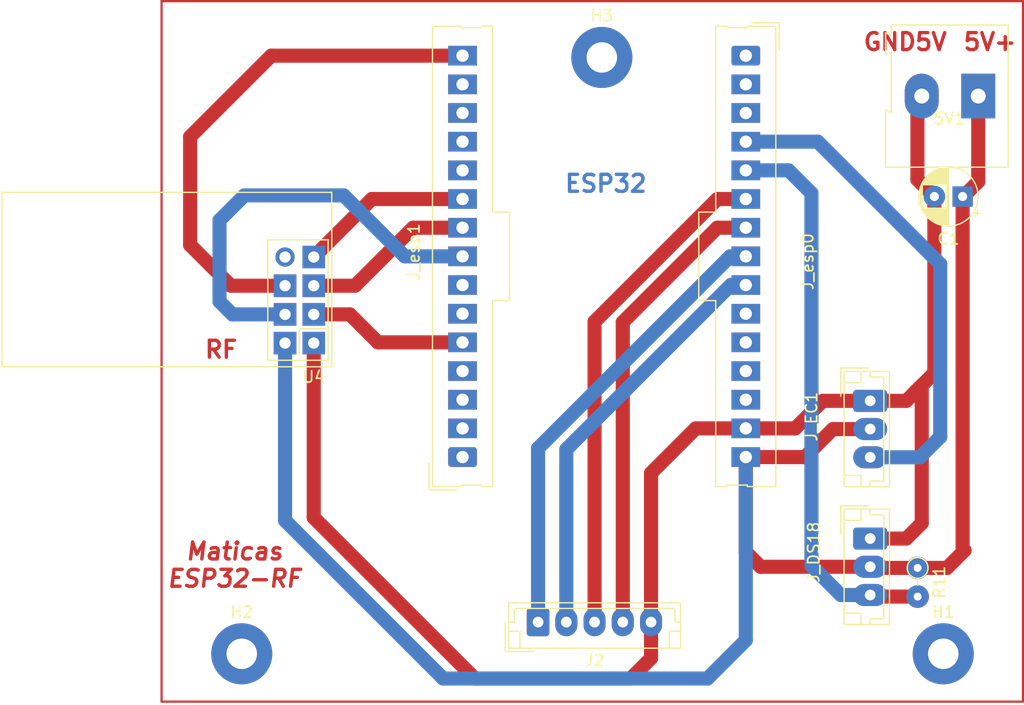
<source format=kicad_pcb>
(kicad_pcb (version 20211014) (generator pcbnew)
  (layers (0 "F.Cu" signal) (31 "B.Cu" signal) (34 "B.Paste" user) (35 "F.Paste" user) (36 "B.SilkS" user "B.Silkscreen") (37 "F.SilkS" user "F.Silkscreen") (38 "B.Mask" user) (39 "F.Mask" user) (44 "Edge.Cuts" user))
  (net 0 "")
  (net 1 "EN")
  (net 2 "VP")
  (net 3 "VN")
  (net 4 "D34")
  (net 5 "D35")
  (net 6 "D32")
  (net 7 "D33")
  (net 8 "D25")
  (net 9 "D26")
  (net 10 "D27")
  (net 11 "D14")
  (net 12 "D12")
  (net 13 "D13")
  (net 14 "3V3")
  (net 15 "GND2")
  (net 16 "D15")
  (net 17 "D2")
  (net 18 "D4")
  (net 19 "RX2")
  (net 20 "TX2")
  (net 21 "D5")
  (net 22 "D18")
  (net 23 "D19")
  (net 24 "D21")
  (net 25 "RX0")
  (net 26 "TX0")
  (net 27 "D22")
  (net 28 "D23")
  (net 29 "5v")
  (net 30 "GND5V")
  (footprint "MountingHole:MountingHole_2.7mm_M2.5_Pad" (layer "F.Cu") (at 64.897 80.391)
    (fp_text reference "H2" (at 0 -3.7) (layer "F.SilkS"))
    (fp_text value "MountingHole")
    (pad "1" thru_hole circle (at 0 0) (size 5.4 5.4) (drill 2.7) (layers *.Cu *.Mask))
  )
  (footprint "Connector_JST:JST_EH_B3B-EH-A_1x03_P2.50mm_Vertical" (layer "F.Cu") (at 120.53 57.982 -90)
    (fp_text reference "J_EC1" (at 1.4 5.2 90) (layer "F.SilkS"))
    (fp_text value "Conn_01x03_Male")
    (fp_line (start -2.11 0) (end -2.11 -1.21) (layer "F.SilkS") (width 0.12))
    (fp_line (start 7.61 -1.71) (end -2.61 -1.71) (layer "F.SilkS") (width 0.12))
    (fp_line (start -2.61 2.31) (end 7.61 2.31) (layer "F.SilkS") (width 0.12))
    (fp_line (start -2.91 0.11) (end -2.91 2.61) (layer "F.SilkS") (width 0.12))
    (fp_line (start -1.61 0.81) (end -1.61 2.31) (layer "F.SilkS") (width 0.12))
    (fp_line (start -2.61 0.81) (end -1.61 0.81) (layer "F.SilkS") (width 0.12))
    (fp_line (start 6.61 0.81) (end 6.61 2.31) (layer "F.SilkS") (width 0.12))
    (fp_line (start 7.11 -1.21) (end 7.11 0) (layer "F.SilkS") (width 0.12))
    (fp_line (start 7.61 2.31) (end 7.61 -1.71) (layer "F.SilkS") (width 0.12))
    (fp_line (start -2.61 -1.71) (end -2.61 2.31) (layer "F.SilkS") (width 0.12))
    (fp_line (start -2.11 -1.21) (end 7.11 -1.21) (layer "F.SilkS") (width 0.12))
    (fp_line (start 7.61 0.81) (end 6.61 0.81) (layer "F.SilkS") (width 0.12))
    (fp_line (start -2.61 0) (end -2.11 0) (layer "F.SilkS") (width 0.12))
    (fp_line (start 7.11 0) (end 7.61 0) (layer "F.SilkS") (width 0.12))
    (fp_line (start -2.91 2.61) (end -0.41 2.61) (layer "F.SilkS") (width 0.12))
    (pad "1" thru_hole roundrect (at 0 0 270) (size 1.95 3) (drill 0.95) (layers *.Cu *.Mask) (roundrect_rratio 0.147059) (net 30 "GND5V"))
    (pad "2" thru_hole oval (at 2.5 0 270) (size 1.95 3) (drill 0.95) (layers *.Cu *.Mask) (net 29 "5v"))
    (pad "3" thru_hole oval (at 5 0 270) (size 1.95 3) (drill 0.95) (layers *.Cu *.Mask) (net 4 "D34"))
  )
  (footprint "RF_Module:nRF24L01_Breakout" (layer "F.Cu") (at 71.27 52.862 180)
    (fp_text reference "U4" (at 0 -3) (layer "F.SilkS"))
    (fp_text value "NRF24L01_Breakout")
    (fp_line (start -1.27 -1.524) (end -1.27 -1.524) (layer "F.SilkS") (width 0.12))
    (fp_line (start -1.27 -1.524) (end 4.064 -1.524) (layer "F.SilkS") (width 0.12))
    (fp_line (start -1.6 -2.1) (end 27.6 -2.1) (layer "F.SilkS") (width 0.12))
    (fp_line (start 4.064 9.144) (end -1.27 9.144) (layer "F.SilkS") (width 0.12))
    (fp_line (start -1.016 1.27) (end -1.016 1.27) (layer "F.SilkS") (width 0.12))
    (fp_line (start -1.6 13.35) (end -1.6 -2.1) (layer "F.SilkS") (width 0.12))
    (fp_line (start -1.27 9.144) (end -1.27 9.144) (layer "F.SilkS") (width 0.12))
    (fp_line (start 1.27 -1.016) (end 1.27 1.27) (layer "F.SilkS") (width 0.12))
    (fp_line (start 1.27 1.27) (end -1.016 1.27) (layer "F.SilkS") (width 0.12))
    (fp_line (start 4.064 -1.524) (end 4.064 9.144) (layer "F.SilkS") (width 0.12))
    (fp_line (start -1.6 -2.1) (end -1.6 -2.1) (layer "F.SilkS") (width 0.12))
    (fp_line (start -1.27 9.144) (end -1.27 -1.524) (layer "F.SilkS") (width 0.12))
    (fp_line (start 27.6 -2.1) (end 27.6 13.35) (layer "F.SilkS") (width 0.12))
    (fp_line (start 27.6 13.35) (end -1.6 13.35) (layer "F.SilkS") (width 0.12))
    (pad "1" thru_hole rect (at 0 0 180) (size 2 2) (drill 1) (layers *.Cu *.Mask) (net 30 "GND5V"))
    (pad "2" thru_hole rect (at 2.54 0 180) (size 2 2) (drill 1) (layers *.Cu *.Mask) (net 29 "5v"))
    (pad "3" thru_hole rect (at 0 2.54 180) (size 2 2) (drill 1) (layers *.Cu *.Mask) (net 18 "D4"))
    (pad "4" thru_hole rect (at 2.54 2.54 180) (size 2 2) (drill 1) (layers *.Cu *.Mask) (net 21 "D5"))
    (pad "5" thru_hole rect (at 0 5.08 180) (size 2 2) (drill 1) (layers *.Cu *.Mask) (net 22 "D18"))
    (pad "6" thru_hole rect (at 2.54 5.08 180) (size 2 2) (drill 1) (layers *.Cu *.Mask) (net 28 "D23"))
    (pad "7" thru_hole rect (at 0 7.62 180) (size 2 2) (drill 1) (layers *.Cu *.Mask) (net 23 "D19"))
    (pad "8" thru_hole circle (at 2.54 7.62 180) (size 1.7 1.7) (drill 1) (layers *.Cu *.Mask))
  )
  (footprint "Capacitor_THT:CP_Radial_D5.0mm_P2.50mm" (layer "F.Cu") (at 128.713113 39.878 180)
    (fp_text reference "C1" (at 1.25 -3.75) (layer "F.SilkS"))
    (fp_text value "C_Polarized")
    (fp_line (start 3.731 -0.805) (end 3.731 0.805) (layer "F.SilkS") (width 0.12))
    (fp_line (start 2.491 1.04) (end 2.491 2.268) (layer "F.SilkS") (width 0.12))
    (fp_line (start 2.891 1.04) (end 2.891 2.004) (layer "F.SilkS") (width 0.12))
    (fp_line (start 1.77 -2.528) (end 1.77 -1.04) (layer "F.SilkS") (width 0.12))
    (fp_line (start 1.81 -2.52) (end 1.81 -1.04) (layer "F.SilkS") (width 0.12))
    (fp_line (start 2.971 -1.937) (end 2.971 -1.04) (layer "F.SilkS") (width 0.12))
    (fp_line (start 2.531 1.04) (end 2.531 2.247) (layer "F.SilkS") (width 0.12))
    (fp_line (start 3.131 -1.785) (end 3.131 -1.04) (layer "F.SilkS") (width 0.12))
    (fp_line (start 3.531 -1.251) (end 3.531 -1.04) (layer "F.SilkS") (width 0.12))
    (fp_line (start 3.411 1.04) (end 3.411 1.443) (layer "F.SilkS") (width 0.12))
    (fp_line (start 1.53 1.04) (end 1.53 2.565) (layer "F.SilkS") (width 0.12))
    (fp_line (start 1.971 1.04) (end 1.971 2.48) (layer "F.SilkS") (width 0.12))
    (fp_line (start 1.65 -2.55) (end 1.65 -1.04) (layer "F.SilkS") (width 0.12))
    (fp_line (start 1.77 1.04) (end 1.77 2.528) (layer "F.SilkS") (width 0.12))
    (fp_line (start 2.131 -2.428) (end 2.131 -1.04) (layer "F.SilkS") (width 0.12))
    (fp_line (start 2.571 1.04) (end 2.571 2.224) (layer "F.SilkS") (width 0.12))
    (fp_line (start 2.171 1.04) (end 2.171 2.414) (layer "F.SilkS") (width 0.12))
    (fp_line (start 1.57 -2.561) (end 1.57 -1.04) (layer "F.SilkS") (width 0.12))
    (fp_line (start 3.371 -1.5) (end 3.371 -1.04) (layer "F.SilkS") (width 0.12))
    (fp_line (start 1.65 1.04) (end 1.65 2.55) (layer "F.SilkS") (width 0.12))
    (fp_line (start 1.73 -2.536) (end 1.73 -1.04) (layer "F.SilkS") (width 0.12))
    (fp_line (start 1.93 -2.491) (end 1.93 -1.04) (layer "F.SilkS") (width 0.12))
    (fp_line (start 2.211 1.04) (end 2.211 2.398) (layer "F.SilkS") (width 0.12))
    (fp_line (start 2.891 -2.004) (end 2.891 -1.04) (layer "F.SilkS") (width 0.12))
    (fp_line (start 3.011 1.04) (end 3.011 1.901) (layer "F.SilkS") (width 0.12))
    (fp_line (start 2.691 -2.149) (end 2.691 -1.04) (layer "F.SilkS") (width 0.12))
    (fp_line (start 2.731 -2.122) (end 2.731 -1.04) (layer "F.SilkS") (width 0.12))
    (fp_line (start 2.051 -2.455) (end 2.051 -1.04) (layer "F.SilkS") (width 0.12))
    (fp_line (start 1.25 -2.58) (end 1.25 2.58) (layer "F.SilkS") (width 0.12))
    (fp_line (start 1.37 -2.578) (end 1.37 2.578) (layer "F.SilkS") (width 0.12))
    (fp_line (start 1.41 -2.576) (end 1.41 2.576) (layer "F.SilkS") (width 0.12))
    (fp_line (start 2.171 -2.414) (end 2.171 -1.04) (layer "F.SilkS") (width 0.12))
    (fp_line (start 1.33 -2.579) (end 1.33 2.579) (layer "F.SilkS") (width 0.12))
    (fp_line (start 3.651 -1.011) (end 3.651 1.011) (layer "F.SilkS") (width 0.12))
    (fp_line (start 3.171 1.04) (end 3.171 1.743) (layer "F.SilkS") (width 0.12))
    (fp_line (start 2.811 -2.065) (end 2.811 -1.04) (layer "F.SilkS") (width 0.12))
    (fp_line (start 2.011 -2.468) (end 2.011 -1.04) (layer "F.SilkS") (width 0.12))
    (fp_line (start 2.491 -2.268) (end 2.491 -1.04) (layer "F.SilkS") (width 0.12))
    (fp_line (start 3.131 1.04) (end 3.131 1.785) (layer "F.SilkS") (width 0.12))
    (fp_line (start 3.331 1.04) (end 3.331 1.554) (layer "F.SilkS") (width 0.12))
    (fp_line (start 3.051 1.04) (end 3.051 1.864) (layer "F.SilkS") (width 0.12))
    (fp_line (start 2.611 1.04) (end 2.611 2.2) (layer "F.SilkS") (width 0.12))
    (fp_line (start 1.971 -2.48) (end 1.971 -1.04) (layer "F.SilkS") (width 0.12))
    (fp_line (start 1.57 1.04) (end 1.57 2.561) (layer "F.SilkS") (width 0.12))
    (fp_line (start 3.291 1.04) (end 3.291 1.605) (layer "F.SilkS") (width 0.12))
    (fp_line (start 3.211 1.04) (end 3.211 1.699) (layer "F.SilkS") (width 0.12))
    (fp_line (start -1.304775 -1.725) (end -1.304775 -1.225) (layer "F.SilkS") (width 0.12))
    (fp_line (start 1.85 -2.511) (end 1.85 -1.04) (layer "F.SilkS") (width 0.12))
    (fp_line (start 2.131 1.04) (end 2.131 2.428) (layer "F.SilkS") (width 0.12))
    (fp_line (start 2.771 1.04) (end 2.771 2.095) (layer "F.SilkS") (width 0.12))
    (fp_line (start 1.73 1.04) (end 1.73 2.536) (layer "F.SilkS") (width 0.12))
    (fp_line (start 1.61 -2.556) (end 1.61 -1.04) (layer "F.SilkS") (width 0.12))
    (fp_line (start 2.371 1.04) (end 2.371 2.329) (layer "F.SilkS") (width 0.12))
    (fp_line (start 3.371 1.04) (end 3.371 1.5) (layer "F.SilkS") (width 0.12))
    (fp_line (start 3.051 -1.864) (end 3.051 -1.04) (layer "F.SilkS") (width 0.12))
    (fp_line (start 2.251 -2.382) (end 2.251 -1.04) (layer "F.SilkS") (width 0.12))
    (fp_line (start 2.931 -1.971) (end 2.931 -1.04) (layer "F.SilkS") (width 0.12))
    (fp_line (start 3.331 -1.554) (end 3.331 -1.04) (layer "F.SilkS") (width 0.12))
    (fp_line (start 2.571 -2.224) (end 2.571 -1.04) (layer "F.SilkS") (width 0.12))
    (fp_line (start 3.691 -0.915) (end 3.691 0.915) (layer "F.SilkS") (width 0.12))
    (fp_line (start 3.571 -1.178) (end 3.571 1.178) (layer "F.SilkS") (width 0.12))
    (fp_line (start 3.091 -1.826) (end 3.091 -1.04) (layer "F.SilkS") (width 0.12))
    (fp_line (start 1.53 -2.565) (end 1.53 -1.04) (layer "F.SilkS") (width 0.12))
    (fp_line (start 3.171 -1.743) (end 3.171 -1.04) (layer "F.SilkS") (width 0.12))
    (fp_line (start 2.091 -2.442) (end 2.091 -1.04) (layer "F.SilkS") (width 0.12))
    (fp_line (start 2.411 -2.31) (end 2.411 -1.04) (layer "F.SilkS") (width 0.12))
    (fp_line (start 2.971 1.04) (end 2.971 1.937) (layer "F.SilkS") (width 0.12))
    (fp_line (start 2.931 1.04) (end 2.931 1.971) (layer "F.SilkS") (width 0.12))
    (fp_line (start 3.291 -1.605) (end 3.291 -1.04) (layer "F.SilkS") (width 0.12))
    (fp_line (start 1.49 -2.569) (end 1.49 -1.04) (layer "F.SilkS") (width 0.12))
    (fp_line (start 2.611 -2.2) (end 2.611 -1.04) (layer "F.SilkS") (width 0.12))
    (fp_line (start 3.611 -1.098) (end 3.611 1.098) (layer "F.SilkS") (width 0.12))
    (fp_line (start 3.771 -0.677) (end 3.771 0.677) (layer "F.SilkS") (width 0.12))
    (fp_line (start 1.29 -2.58) (end 1.29 2.58) (layer "F.SilkS") (width 0.12))
    (fp_line (start 2.651 1.04) (end 2.651 2.175) (layer "F.SilkS") (width 0.12))
    (fp_line (start 2.811 1.04) (end 2.811 2.065) (layer "F.SilkS") (width 0.12))
    (fp_line (start 2.291 1.04) (end 2.291 2.365) (layer "F.SilkS") (width 0.12))
    (fp_line (start 3.211 -1.699) (end 3.211 -1.04) (layer "F.SilkS") (width 0.12))
    (fp_line (start 1.69 -2.543) (end 1.69 -1.04) (layer "F.SilkS") (width 0.12))
    (fp_line (start 2.371 -2.329) (end 2.371 -1.04) (layer "F.SilkS") (width 0.12))
    (fp_line (start 3.491 1.04) (end 3.491 1.319) (layer "F.SilkS") (width 0.12))
    (fp_line (start 1.81 1.04) (end 1.81 2.52) (layer "F.SilkS") (width 0.12))
    (fp_line (start 1.61 1.04) (end 1.61 2.556) (layer "F.SilkS") (width 0.12))
    (fp_line (start 3.251 1.04) (end 3.251 1.653) (layer "F.SilkS") (width 0.12))
    (fp_line (start 2.451 1.04) (end 2.451 2.29) (layer "F.SilkS") (width 0.12))
    (fp_line (start 2.331 1.04) (end 2.331 2.348) (layer "F.SilkS") (width 0.12))
    (fp_line (start 2.691 1.04) (end 2.691 2.149) (layer "F.SilkS") (width 0.12))
    (fp_line (start 1.49 1.04) (end 1.49 2.569) (layer "F.SilkS") (width 0.12))
    (fp_line (start 2.331 -2.348) (end 2.331 -1.04) (layer "F.SilkS") (width 0.12))
    (fp_line (start 2.051 1.04) (end 2.051 2.455) (layer "F.SilkS") (width 0.12))
    (fp_line (start 3.451 -1.383) (end 3.451 -1.04) (layer "F.SilkS") (width 0.12))
    (fp_line (start 2.091 1.04) (end 2.091 2.442) (layer "F.SilkS") (width 0.12))
    (fp_line (start 1.89 1.04) (end 1.89 2.501) (layer "F.SilkS") (width 0.12))
    (fp_line (start 2.771 -2.095) (end 2.771 -1.04) (layer "F.SilkS") (width 0.12))
    (fp_line (start 2.651 -2.175) (end 2.651 -1.04) (layer "F.SilkS") (width 0.12))
    (fp_line (start 3.011 -1.901) (end 3.011 -1.04) (layer "F.SilkS") (width 0.12))
    (fp_line (start 2.291 -2.365) (end 2.291 -1.04) (layer "F.SilkS") (width 0.12))
    (fp_line (start 2.411 1.04) (end 2.411 2.31) (layer "F.SilkS") (width 0.12))
    (fp_line (start 2.851 -2.035) (end 2.851 -1.04) (layer "F.SilkS") (width 0.12))
    (fp_line (start 1.85 1.04) (end 1.85 2.511) (layer "F.SilkS") (width 0.12))
    (fp_line (start 3.451 1.04) (end 3.451 1.383) (layer "F.SilkS") (width 0.12))
    (fp_line (start 1.45 -2.573) (end 1.45 2.573) (layer "F.SilkS") (width 0.12))
    (fp_line (start 2.251 1.04) (end 2.251 2.382) (layer "F.SilkS") (width 0.12))
    (fp_line (start 1.89 -2.501) (end 1.89 -1.04) (layer "F.SilkS") (width 0.12))
    (fp_line (start 3.811 -0.518) (end 3.811 0.518) (layer "F.SilkS") (width 0.12))
    (fp_line (start 2.211 -2.398) (end 2.211 -1.04) (layer "F.SilkS") (width 0.12))
    (fp_line (start 1.69 1.04) (end 1.69 2.543) (layer "F.SilkS") (width 0.12))
    (fp_line (start 3.491 -1.319) (end 3.491 -1.04) (layer "F.SilkS") (width 0.12))
    (fp_line (start 3.411 -1.443) (end 3.411 -1.04) (layer "F.SilkS") (width 0.12))
    (fp_line (start 2.531 -2.247) (end 2.531 -1.04) (layer "F.SilkS") (width 0.12))
    (fp_line (start 2.731 1.04) (end 2.731 2.122) (layer "F.SilkS") (width 0.12))
    (fp_line (start 3.251 -1.653) (end 3.251 -1.04) (layer "F.SilkS") (width 0.12))
    (fp_line (start 1.93 1.04) (end 1.93 2.491) (layer "F.SilkS") (width 0.12))
    (fp_line (start 2.851 1.04) (end 2.851 2.035) (layer "F.SilkS") (width 0.12))
    (fp_line (start 3.091 1.04) (end 3.091 1.826) (layer "F.SilkS") (width 0.12))
    (fp_line (start 2.451 -2.29) (end 2.451 -1.04) (layer "F.SilkS") (width 0.12))
    (fp_line (start -1.554775 -1.475) (end -1.054775 -1.475) (layer "F.SilkS") (width 0.12))
    (fp_line (start 2.011 1.04) (end 2.011 2.468) (layer "F.SilkS") (width 0.12))
    (fp_line (start 3.851 -0.284) (end 3.851 0.284) (layer "F.SilkS") (width 0.12))
    (fp_line (start 3.531 1.04) (end 3.531 1.251) (layer "F.SilkS") (width 0.12))
    (fp_circle (center 1.25 0) (end 3.87 0) (layer "F.SilkS") (width 0.12) (fill none))
    (pad "1" thru_hole rect (at 0 0 180) (size 1.8 1.8) (drill 0.8) (layers *.Cu *.Mask) (net 29 "5v"))
    (pad "2" thru_hole circle (at 2.5 0 180) (size 1.9 1.9) (drill 0.8) (layers *.Cu *.Mask) (net 30 "GND5V"))
  )
  (footprint "Connector_JST:JST_EH_B3B-EH-A_1x03_P2.50mm_Vertical" (layer "F.Cu") (at 120.53 70.182 -90)
    (fp_text reference "J_DS18" (at 1.2 5 90) (layer "F.SilkS"))
    (fp_text value "Conn_01x03_Male")
    (fp_line (start 7.11 0) (end 7.61 0) (layer "F.SilkS") (width 0.12))
    (fp_line (start -2.11 -1.21) (end 7.11 -1.21) (layer "F.SilkS") (width 0.12))
    (fp_line (start 6.61 0.81) (end 6.61 2.31) (layer "F.SilkS") (width 0.12))
    (fp_line (start 7.61 -1.71) (end -2.61 -1.71) (layer "F.SilkS") (width 0.12))
    (fp_line (start -2.61 0.81) (end -1.61 0.81) (layer "F.SilkS") (width 0.12))
    (fp_line (start -2.61 0) (end -2.11 0) (layer "F.SilkS") (width 0.12))
    (fp_line (start -1.61 0.81) (end -1.61 2.31) (layer "F.SilkS") (width 0.12))
    (fp_line (start 7.11 -1.21) (end 7.11 0) (layer "F.SilkS") (width 0.12))
    (fp_line (start -2.61 2.31) (end 7.61 2.31) (layer "F.SilkS") (width 0.12))
    (fp_line (start 7.61 2.31) (end 7.61 -1.71) (layer "F.SilkS") (width 0.12))
    (fp_line (start 7.61 0.81) (end 6.61 0.81) (layer "F.SilkS") (width 0.12))
    (fp_line (start -2.61 -1.71) (end -2.61 2.31) (layer "F.SilkS") (width 0.12))
    (fp_line (start -2.11 0) (end -2.11 -1.21) (layer "F.SilkS") (width 0.12))
    (fp_line (start -2.91 2.61) (end -0.41 2.61) (layer "F.SilkS") (width 0.12))
    (fp_line (start -2.91 0.11) (end -2.91 2.61) (layer "F.SilkS") (width 0.12))
    (pad "1" thru_hole roundrect (at 0 0 270) (size 1.95 3) (drill 0.95) (layers *.Cu *.Mask) (roundrect_rratio 0.147059) (net 30 "GND5V"))
    (pad "2" thru_hole oval (at 2.5 0 270) (size 1.95 3) (drill 0.95) (layers *.Cu *.Mask) (net 29 "5v"))
    (pad "3" thru_hole oval (at 5 0 270) (size 1.95 3) (drill 0.95) (layers *.Cu *.Mask) (net 5 "D35"))
  )
  (footprint "MountingHole:MountingHole_2.7mm_M2.5_Pad" (layer "F.Cu") (at 96.774 27.559)
    (fp_text reference "H3" (at 0 -3.7) (layer "F.SilkS"))
    (fp_text value "MountingHole")
    (pad "1" thru_hole circle (at 0 0) (size 5.4 5.4) (drill 2.7) (layers *.Cu *.Mask))
  )
  (footprint "esp32:Connector_Molex_Molex_SL_171971-0015_1x15_P2.54mm_Vertical_squares" (layer "F.Cu") (at 117.6675 45.642 -90)
    (fp_text reference "J_esp0" (at 0 2.6675 90 unlocked) (layer "F.SilkS"))
    (fp_text value "Conn_01x15_Female")
    (fp_line (start 19.93 10.81) (end 19.93 9.83) (layer "F.SilkS") (width 0.12))
    (fp_line (start 19.93 9.83) (end 19.8 9.83) (layer "F.SilkS") (width 0.12))
    (fp_line (start -21.15 5.19) (end -18.74 5.19) (layer "F.SilkS") (width 0.12))
    (fp_line (start -21.15 7.6) (end -21.15 5.19) (layer "F.SilkS") (width 0.12))
    (fp_line (start 3.46 10.81) (end 19.93 10.81) (layer "F.SilkS") (width 0.12))
    (fp_line (start -20.85 10.81) (end -4.38 10.81) (layer "F.SilkS") (width 0.12))
    (fp_line (start 3.46 12.31) (end 3.46 10.81) (layer "F.SilkS") (width 0.12))
    (fp_line (start 19.93 5.49) (end -20.85 5.49) (layer "F.SilkS") (width 0.12))
    (fp_line (start 19.8 9.83) (end 19.8 8.02) (layer "F.SilkS") (width 0.12))
    (fp_line (start -20.85 9.83) (end -20.85 10.81) (layer "F.SilkS") (width 0.12))
    (fp_line (start -20.85 8.02) (end -20.72 8.02) (layer "F.SilkS") (width 0.12))
    (fp_line (start -4.38 12.31) (end 3.46 12.31) (layer "F.SilkS") (width 0.12))
    (fp_line (start -20.72 8.02) (end -20.72 9.83) (layer "F.SilkS") (width 0.12))
    (fp_line (start -20.85 5.49) (end -20.85 8.02) (layer "F.SilkS") (width 0.12))
    (fp_line (start 19.93 8.02) (end 19.93 5.49) (layer "F.SilkS") (width 0.12))
    (fp_line (start -20.72 9.83) (end -20.85 9.83) (layer "F.SilkS") (width 0.12))
    (fp_line (start -4.38 10.81) (end -4.38 12.31) (layer "F.SilkS") (width 0.12))
    (fp_line (start 19.8 8.02) (end 19.93 8.02) (layer "F.SilkS") (width 0.12))
    (pad "1" thru_hole roundrect (at -18.24 8.15 270) (size 1.74 2.54) (drill 1.09) (layers *.Cu *.Mask) (roundrect_rratio 0.143678) (net 1 "EN"))
    (pad "2" thru_hole rect (at -15.7 8.15 270) (size 1.74 2.54) (drill 1.09) (layers *.Cu *.Mask) (net 2 "VP"))
    (pad "3" thru_hole rect (at -13.16 8.15 270) (size 1.74 2.54) (drill 1.09) (layers *.Cu *.Mask) (net 3 "VN"))
    (pad "4" thru_hole rect (at -10.62 8.15 270) (size 1.74 2.54) (drill 1.09) (layers *.Cu *.Mask) (net 4 "D34"))
    (pad "5" thru_hole rect (at -8.08 8.15 270) (size 1.74 2.54) (drill 1.09) (layers *.Cu *.Mask) (net 5 "D35"))
    (pad "6" thru_hole rect (at -5.54 8.15 270) (size 1.74 2.54) (drill 1.09) (layers *.Cu *.Mask) (net 6 "D32"))
    (pad "7" thru_hole rect (at -3 8.15 270) (size 1.74 2.54) (drill 1.09) (layers *.Cu *.Mask) (net 7 "D33"))
    (pad "8" thru_hole rect (at -0.46 8.15 270) (size 1.74 2.54) (drill 1.09) (layers *.Cu *.Mask) (net 8 "D25"))
    (pad "9" thru_hole rect (at 2.08 8.15 270) (size 1.74 2.54) (drill 1.09) (layers *.Cu *.Mask) (net 9 "D26"))
    (pad "10" thru_hole rect (at 4.62 8.15 270) (size 1.74 2.54) (drill 1.09) (layers *.Cu *.Mask) (net 10 "D27"))
    (pad "11" thru_hole rect (at 7.16 8.15 270) (size 1.74 2.54) (drill 1.09) (layers *.Cu *.Mask) (net 11 "D14"))
    (pad "12" thru_hole rect (at 9.7 8.15 270) (size 1.74 2.54) (drill 1.09) (layers *.Cu *.Mask) (net 12 "D12"))
    (pad "13" thru_hole rect (at 12.24 8.15 270) (size 1.74 2.54) (drill 1.09) (layers *.Cu *.Mask) (net 13 "D13"))
    (pad "14" thru_hole rect (at 14.78 8.15 270) (size 1.74 2.54) (drill 1.09) (layers *.Cu *.Mask) (net 30 "GND5V"))
    (pad "15" thru_hole rect (at 17.32 8.15 270) (size 1.74 2.54) (drill 1.09) (layers *.Cu *.Mask) (net 29 "5v"))
  )
  (footprint "TerminalBlock:TerminalBlock_Altech_AK300-2_P5.00mm" (layer "F.Cu") (at 130.095 30.982 180)
    (fp_text reference "5V1" (at 2.565 -2) (layer "F.SilkS"))
    (fp_text value "Screw_Terminal_01x02")
    (fp_line (start 7.7 5.35) (end 8.2 5.6) (layer "F.SilkS") (width 0.12))
    (fp_line (start -2.65 -6.3) (end -2.65 6.3) (layer "F.SilkS") (width 0.12))
    (fp_line (start 8.2 3.7) (end 8.2 3.65) (layer "F.SilkS") (width 0.12))
    (fp_line (start 8.2 3.65) (end 7.7 3.9) (layer "F.SilkS") (width 0.12))
    (fp_line (start 8.2 5.6) (end 8.2 3.7) (layer "F.SilkS") (width 0.12))
    (fp_line (start 7.7 3.9) (end 7.7 -1.5) (layer "F.SilkS") (width 0.12))
    (fp_line (start 7.7 -1.5) (end 8.2 -1.2) (layer "F.SilkS") (width 0.12))
    (fp_line (start 8.2 -6.3) (end -2.65 -6.3) (layer "F.SilkS") (width 0.12))
    (fp_line (start 8.2 -1.2) (end 8.2 -6.3) (layer "F.SilkS") (width 0.12))
    (fp_line (start -2.65 6.3) (end 7.7 6.3) (layer "F.SilkS") (width 0.12))
    (fp_line (start 7.7 6.3) (end 7.7 5.35) (layer "F.SilkS") (width 0.12))
    (pad "1" thru_hole rect (at 0 0 180) (size 3 3.96) (drill 1.32) (layers *.Cu *.Mask) (net 29 "5v"))
    (pad "2" thru_hole oval (at 5 0 180) (size 3 3.96) (drill 1.32) (layers *.Cu *.Mask) (net 30 "GND5V"))
  )
  (footprint "Connector_JST:JST_EH_B5B-EH-A_1x05_P2.50mm_Vertical" (layer "F.Cu") (at 91.13 77.582)
    (fp_text reference "J2" (at 5 3.4) (layer "F.SilkS"))
    (fp_text value "Conn_01x05_Male")
    (fp_line (start -2.11 -1.21) (end 12.11 -1.21) (layer "F.SilkS") (width 0.12))
    (fp_line (start -2.91 0.11) (end -2.91 2.61) (layer "F.SilkS") (width 0.12))
    (fp_line (start -2.61 -1.71) (end -2.61 2.31) (layer "F.SilkS") (width 0.12))
    (fp_line (start 11.61 0.81) (end 11.61 2.31) (layer "F.SilkS") (width 0.12))
    (fp_line (start -2.61 0) (end -2.11 0) (layer "F.SilkS") (width 0.12))
    (fp_line (start -2.11 0) (end -2.11 -1.21) (layer "F.SilkS") (width 0.12))
    (fp_line (start 12.61 -1.71) (end -2.61 -1.71) (layer "F.SilkS") (width 0.12))
    (fp_line (start -2.91 2.61) (end -0.41 2.61) (layer "F.SilkS") (width 0.12))
    (fp_line (start -2.61 0.81) (end -1.61 0.81) (layer "F.SilkS") (width 0.12))
    (fp_line (start 12.11 0) (end 12.61 0) (layer "F.SilkS") (width 0.12))
    (fp_line (start -1.61 0.81) (end -1.61 2.31) (layer "F.SilkS") (width 0.12))
    (fp_line (start -2.61 2.31) (end 12.61 2.31) (layer "F.SilkS") (width 0.12))
    (fp_line (start 12.11 -1.21) (end 12.11 0) (layer "F.SilkS") (width 0.12))
    (fp_line (start 12.61 2.31) (end 12.61 -1.71) (layer "F.SilkS") (width 0.12))
    (fp_line (start 12.61 0.81) (end 11.61 0.81) (layer "F.SilkS") (width 0.12))
    (pad "1" thru_hole roundrect (at 0 0) (size 2 2.5) (drill 0.95) (layers *.Cu *.Mask) (roundrect_rratio 0.147059) (net 8 "D25"))
    (pad "2" thru_hole oval (at 2.5 0) (size 1.95 2.5) (drill 0.95) (layers *.Cu *.Mask) (net 9 "D26"))
    (pad "3" thru_hole oval (at 5 0) (size 1.95 2.5) (drill 0.95) (layers *.Cu *.Mask) (net 6 "D32"))
    (pad "4" thru_hole oval (at 7.5 0) (size 1.95 2.5) (drill 0.95) (layers *.Cu *.Mask) (net 7 "D33"))
    (pad "5" thru_hole oval (at 10 0) (size 1.95 2.5) (drill 0.95) (layers *.Cu *.Mask) (net 30 "GND5V"))
  )
  (footprint "MountingHole:MountingHole_2.7mm_M2.5_Pad" (layer "F.Cu") (at 127 80.391)
    (fp_text reference "H1" (at 0 -3.7) (layer "F.SilkS"))
    (fp_text value "MountingHole")
    (pad "1" thru_hole circle (at 0 0) (size 5.4 5.4) (drill 2.7) (layers *.Cu *.Mask))
  )
  (footprint "Resistor_THT:R_Axial_DIN0204_L3.6mm_D1.6mm_P2.54mm_Vertical" (layer "F.Cu") (at 124.73 72.782 -90)
    (fp_text reference "R11" (at 1.27 -1.92 90) (layer "F.SilkS"))
    (fp_text value "4.7k")
    (fp_line (start 0.92 0) (end 1.54 0) (layer "F.SilkS") (width 0.12))
    (fp_circle (center 0 0) (end 0.92 0) (layer "F.SilkS") (width 0.12) (fill none))
    (pad "1" thru_hole circle (at 0 0 270) (size 2 2) (drill 0.7) (layers *.Cu *.Mask) (net 29 "5v"))
    (pad "2" thru_hole oval (at 2.54 0 270) (size 2 2) (drill 0.7) (layers *.Cu *.Mask) (net 5 "D35"))
  )
  (footprint "esp32:Connector_Molex_Molex_SL_171971-0015_1x15_P2.54mm_Vertical_squares" (layer "F.Cu") (at 76.2925 44.722 90)
    (fp_text reference "J_esp1" (at -0.06 3.8375 90 unlocked) (layer "F.SilkS"))
    (fp_text value "Conn_01x15_Female")
    (fp_line (start -21.15 7.6) (end -21.15 5.19) (layer "F.SilkS") (width 0.12))
    (fp_line (start -20.72 8.02) (end -20.72 9.83) (layer "F.SilkS") (width 0.12))
    (fp_line (start 19.93 5.49) (end -20.85 5.49) (layer "F.SilkS") (width 0.12))
    (fp_line (start -20.85 9.83) (end -20.85 10.81) (layer "F.SilkS") (width 0.12))
    (fp_line (start -4.38 10.81) (end -4.38 12.31) (layer "F.SilkS") (width 0.12))
    (fp_line (start -20.85 8.02) (end -20.72 8.02) (layer "F.SilkS") (width 0.12))
    (fp_line (start 3.46 12.31) (end 3.46 10.81) (layer "F.SilkS") (width 0.12))
    (fp_line (start -20.72 9.83) (end -20.85 9.83) (layer "F.SilkS") (width 0.12))
    (fp_line (start 19.93 8.02) (end 19.93 5.49) (layer "F.SilkS") (width 0.12))
    (fp_line (start -20.85 10.81) (end -4.38 10.81) (layer "F.SilkS") (width 0.12))
    (fp_line (start 19.93 9.83) (end 19.8 9.83) (layer "F.SilkS") (width 0.12))
    (fp_line (start 3.46 10.81) (end 19.93 10.81) (layer "F.SilkS") (width 0.12))
    (fp_line (start -21.15 5.19) (end -18.74 5.19) (layer "F.SilkS") (width 0.12))
    (fp_line (start 19.93 10.81) (end 19.93 9.83) (layer "F.SilkS") (width 0.12))
    (fp_line (start 19.8 9.83) (end 19.8 8.02) (layer "F.SilkS") (width 0.12))
    (fp_line (start -4.38 12.31) (end 3.46 12.31) (layer "F.SilkS") (width 0.12))
    (fp_line (start 19.8 8.02) (end 19.93 8.02) (layer "F.SilkS") (width 0.12))
    (fp_line (start -20.85 5.49) (end -20.85 8.02) (layer "F.SilkS") (width 0.12))
    (pad "1" thru_hole roundrect (at -18.24 8.15 90) (size 1.74 2.54) (drill 1.09) (layers *.Cu *.Mask) (roundrect_rratio 0.143678) (net 14 "3V3"))
    (pad "2" thru_hole rect (at -15.7 8.15 90) (size 1.74 2.54) (drill 1.09) (layers *.Cu *.Mask) (net 15 "GND2"))
    (pad "3" thru_hole rect (at -13.16 8.15 90) (size 1.74 2.54) (drill 1.09) (layers *.Cu *.Mask) (net 16 "D15"))
    (pad "4" thru_hole rect (at -10.62 8.15 90) (size 1.74 2.54) (drill 1.09) (layers *.Cu *.Mask) (net 17 "D2"))
    (pad "5" thru_hole rect (at -8.08 8.15 90) (size 1.74 2.54) (drill 1.09) (layers *.Cu *.Mask) (net 18 "D4"))
    (pad "6" thru_hole rect (at -5.54 8.15 90) (size 1.74 2.54) (drill 1.09) (layers *.Cu *.Mask) (net 19 "RX2"))
    (pad "7" thru_hole rect (at -3 8.15 90) (size 1.74 2.54) (drill 1.09) (layers *.Cu *.Mask) (net 20 "TX2"))
    (pad "8" thru_hole rect (at -0.46 8.15 90) (size 1.74 2.54) (drill 1.09) (layers *.Cu *.Mask) (net 21 "D5"))
    (pad "9" thru_hole rect (at 2.08 8.15 90) (size 1.74 2.54) (drill 1.09) (layers *.Cu *.Mask) (net 22 "D18"))
    (pad "10" thru_hole rect (at 4.62 8.15 90) (size 1.74 2.54) (drill 1.09) (layers *.Cu *.Mask) (net 23 "D19"))
    (pad "11" thru_hole rect (at 7.16 8.15 90) (size 1.74 2.54) (drill 1.09) (layers *.Cu *.Mask) (net 24 "D21"))
    (pad "12" thru_hole rect (at 9.7 8.15 90) (size 1.74 2.54) (drill 1.09) (layers *.Cu *.Mask) (net 25 "RX0"))
    (pad "13" thru_hole rect (at 12.24 8.15 90) (size 1.74 2.54) (drill 1.09) (layers *.Cu *.Mask) (net 26 "TX0"))
    (pad "14" thru_hole rect (at 14.78 8.15 90) (size 1.74 2.54) (drill 1.09) (layers *.Cu *.Mask) (net 27 "D22"))
    (pad "15" thru_hole rect (at 17.32 8.15 90) (size 1.74 2.54) (drill 1.09) (layers *.Cu *.Mask) (net 28 "D23"))
  )
  (gr_rect (start 134.06 22.57) (end 57.8 84.63) (layer "F.Cu") (width 0.2) (fill none))
  (gr_text "GND5V" (at 123.63 26.182) (layer "F.Cu") (effects (font (size 1.5 1.5) (thickness 0.3))))
  (gr_text "5V+" (at 131.13 26.182) (layer "F.Cu") (effects (font (size 1.5 1.5) (thickness 0.3))))
  (gr_text "RF" (at 63.07 53.437) (layer "F.Cu") (effects (font (size 1.5 1.5) (thickness 0.3))))
  (gr_text "Maticas\nESP32-RF" (at 64.262 72.517) (layer "F.Cu") (effects (font (size 1.5 1.5) (thickness 0.3) italic)))
  (gr_text "ESP32" (at 97.13 38.735) (layer "B.Cu") (effects (font (size 1.5 1.5) (thickness 0.3))))
  (segment (start 124.93 62.982) (end 120.53 62.982) (width 1.25) (layer "B.Cu") (net 4))
  (segment (start 126.73 45.862) (end 126.73 61.182) (width 1.25) (layer "B.Cu") (net 4))
  (segment (start 109.5175 35.022) (end 115.89 35.022) (width 1.25) (layer "B.Cu") (net 4))
  (segment (start 115.89 35.022) (end 126.73 45.862) (width 1.25) (layer "B.Cu") (net 4))
  (segment (start 126.73 61.182) (end 124.93 62.982) (width 1.25) (layer "B.Cu") (net 4))
  (segment (start 120.67 75.322) (end 120.53 75.182) (width 1.25) (layer "F.Cu") (net 5))
  (segment (start 124.73 75.322) (end 120.67 75.322) (width 1.25) (layer "F.Cu") (net 5))
  (segment (start 113.31 37.562) (end 115.33 39.582) (width 1.25) (layer "B.Cu") (net 5))
  (segment (start 117.93 75.182) (end 120.53 75.182) (width 1.25) (layer "B.Cu") (net 5))
  (segment (start 115.33 72.582) (end 117.93 75.182) (width 1.25) (layer "B.Cu") (net 5))
  (segment (start 109.5175 37.562) (end 113.31 37.562) (width 1.25) (layer "B.Cu") (net 5))
  (segment (start 115.33 39.582) (end 115.33 72.582) (width 1.25) (layer "B.Cu") (net 5))
  (segment (start 109.5175 40.102) (end 106.9975 40.102) (width 1.25) (layer "F.Cu") (net 6))
  (segment (start 96.13 50.9695) (end 96.13 77.582) (width 1.25) (layer "F.Cu") (net 6))
  (segment (start 106.9975 40.102) (end 96.13 50.9695) (width 1.25) (layer "F.Cu") (net 6))
  (segment (start 109.5175 42.642) (end 106.9975 42.642) (width 1.25) (layer "F.Cu") (net 7))
  (segment (start 106.9975 42.642) (end 98.63 51.0095) (width 1.25) (layer "F.Cu") (net 7))
  (segment (start 98.63 51.0095) (end 98.63 77.582) (width 1.25) (layer "F.Cu") (net 7))
  (segment (start 91.13 62.182) (end 91.13 77.582) (width 1.25) (layer "B.Cu") (net 8))
  (segment (start 108.13 45.182) (end 91.13 62.182) (width 1.25) (layer "B.Cu") (net 8))
  (segment (start 109.5175 45.182) (end 108.13 45.182) (width 1.25) (layer "B.Cu") (net 8))
  (segment (start 108.19 47.722) (end 93.63 62.282) (width 1.25) (layer "B.Cu") (net 9))
  (segment (start 109.5175 47.722) (end 108.19 47.722) (width 1.25) (layer "B.Cu") (net 9))
  (segment (start 93.63 62.282) (end 93.63 77.582) (width 1.25) (layer "B.Cu") (net 9))
  (segment (start 76.95 52.802) (end 74.47 50.322) (width 1.25) (layer "F.Cu") (net 18))
  (segment (start 84.4425 52.802) (end 76.95 52.802) (width 1.25) (layer "F.Cu") (net 18))
  (segment (start 74.47 50.322) (end 71.27 50.322) (width 1.25) (layer "F.Cu") (net 18))
  (segment (start 62.93 49.182) (end 64.07 50.322) (width 1.25) (layer "B.Cu") (net 21))
  (segment (start 65.13 39.782) (end 62.93 41.982) (width 1.25) (layer "B.Cu") (net 21))
  (segment (start 73.93 39.782) (end 65.13 39.782) (width 1.25) (layer "B.Cu") (net 21))
  (segment (start 79.33 45.182) (end 73.93 39.782) (width 1.25) (layer "B.Cu") (net 21))
  (segment (start 62.93 41.982) (end 62.93 49.182) (width 1.25) (layer "B.Cu") (net 21))
  (segment (start 79.33 45.182) (end 84.4425 45.182) (width 1.25) (layer "B.Cu") (net 21))
  (segment (start 64.07 50.322) (end 68.73 50.322) (width 1.25) (layer "B.Cu") (net 21))
  (segment (start 80.07 42.642) (end 74.93 47.782) (width 1.25) (layer "F.Cu") (net 22))
  (segment (start 74.93 47.782) (end 71.27 47.782) (width 1.25) (layer "F.Cu") (net 22))
  (segment (start 84.4425 42.642) (end 80.07 42.642) (width 1.25) (layer "F.Cu") (net 22))
  (segment (start 84.4425 40.102) (end 76.41 40.102) (width 1.25) (layer "F.Cu") (net 23))
  (segment (start 76.41 40.102) (end 71.27 45.242) (width 1.25) (layer "F.Cu") (net 23))
  (segment (start 60.33 34.582) (end 60.33 44.182) (width 1.25) (layer "F.Cu") (net 28))
  (segment (start 63.93 47.782) (end 68.73 47.782) (width 1.25) (layer "F.Cu") (net 28))
  (segment (start 60.33 44.182) (end 63.93 47.782) (width 1.25) (layer "F.Cu") (net 28))
  (segment (start 67.51 27.402) (end 60.33 34.582) (width 1.25) (layer "F.Cu") (net 28))
  (segment (start 84.4425 27.402) (end 67.51 27.402) (width 1.25) (layer "F.Cu") (net 28))
  (segment (start 109.5375 62.982) (end 109.5175 62.962) (width 1.25) (layer "F.Cu") (net 29))
  (segment (start 130.095 38.561) (end 130.095 30.982) (width 1.25) (layer "F.Cu") (net 29))
  (segment (start 120.53 72.682) (end 110.83 72.682) (width 1.25) (layer "F.Cu") (net 29))
  (segment (start 124.73 72.782) (end 120.63 72.782) (width 1.25) (layer "F.Cu") (net 29))
  (segment (start 117.23 60.482) (end 114.73 62.982) (width 1.25) (layer "F.Cu") (net 29))
  (segment (start 109.5175 62.962) (end 109.5175 71.3695) (width 1.25) (layer "F.Cu") (net 29))
  (segment (start 128.713113 71.055113) (end 128.885 71.227) (width 1.25) (layer "F.Cu") (net 29))
  (segment (start 120.53 60.482) (end 117.23 60.482) (width 1.25) (layer "F.Cu") (net 29))
  (segment (start 114.73 62.982) (end 114.71 62.962) (width 1.25) (layer "F.Cu") (net 29))
  (segment (start 128.778 39.878) (end 130.095 38.561) (width 1.25) (layer "F.Cu") (net 29))
  (segment (start 114.71 62.962) (end 109.5175 62.962) (width 1.25) (layer "F.Cu") (net 29))
  (segment (start 128.713113 39.878) (end 128.778 39.878) (width 1.25) (layer "F.Cu") (net 29))
  (segment (start 127.33 72.782) (end 124.73 72.782) (width 1.25) (layer "F.Cu") (net 29))
  (segment (start 128.885 71.227) (end 127.33 72.782) (width 1.25) (layer "F.Cu") (net 29))
  (segment (start 110.83 72.682) (end 109.5175 71.3695) (width 1.25) (layer "F.Cu") (net 29))
  (segment (start 128.713113 39.878) (end 128.713113 71.055113) (width 1.25) (layer "F.Cu") (net 29))
  (segment (start 120.63 72.782) (end 120.53 72.682) (width 1.25) (layer "F.Cu") (net 29))
  (segment (start 106.13 82.582) (end 109.5175 79.1945) (width 1.25) (layer "B.Cu") (net 29))
  (segment (start 82.73 82.582) (end 106.13 82.582) (width 1.25) (layer "B.Cu") (net 29))
  (segment (start 68.73 52.862) (end 68.73 68.582) (width 1.25) (layer "B.Cu") (net 29))
  (segment (start 109.5175 79.1945) (end 109.5175 62.962) (width 1.25) (layer "B.Cu") (net 29))
  (segment (start 68.73 68.582) (end 82.73 82.582) (width 1.25) (layer "B.Cu") (net 29))
  (segment (start 85.53 82.582) (end 99.33 82.582) (width 1.25) (layer "F.Cu") (net 30))
  (segment (start 116.33 57.982) (end 113.89 60.422) (width 1.25) (layer "F.Cu") (net 30))
  (segment (start 105.09 60.422) (end 109.5175 60.422) (width 1.25) (layer "F.Cu") (net 30))
  (segment (start 71.27 68.322) (end 85.53 82.582) (width 1.25) (layer "F.Cu") (net 30))
  (segment (start 124.714 38.378887) (end 124.714 31.363) (width 1.25) (layer "F.Cu") (net 30))
  (segment (start 120.53 57.982) (end 116.33 57.982) (width 1.25) (layer "F.Cu") (net 30))
  (segment (start 125.095 56.617) (end 124.384 57.328) (width 1.25) (layer "F.Cu") (net 30))
  (segment (start 101.13 64.382) (end 105.09 60.422) (width 1.25) (layer "F.Cu") (net 30))
  (segment (start 126.213113 39.878) (end 126.213113 55.498887) (width 1.25) (layer "F.Cu") (net 30))
  (segment (start 71.27 52.862) (end 71.27 68.322) (width 1.25) (layer "F.Cu") (net 30))
  (segment (start 126.213113 39.878) (end 124.714 38.378887) (width 1.25) (layer "F.Cu") (net 30))
  (segment (start 101.13 80.782) (end 101.13 77.582) (width 1.25) (layer "F.Cu") (net 30))
  (segment (start 125.095 68.817) (end 123.73 70.182) (width 1.25) (layer "F.Cu") (net 30))
  (segment (start 101.13 77.582) (end 101.13 64.382) (width 1.25) (layer "F.Cu") (net 30))
  (segment (start 109.5775 60.482) (end 109.5175 60.422) (width 1.25) (layer "F.Cu") (net 30))
  (segment (start 126.213113 55.498887) (end 124.384 57.328) (width 1.25) (layer "F.Cu") (net 30))
  (segment (start 123.73 70.182) (end 120.53 70.182) (width 1.25) (layer "F.Cu") (net 30))
  (segment (start 124.384 57.328) (end 123.73 57.982) (width 1.25) (layer "F.Cu") (net 30))
  (segment (start 125.095 56.617) (end 125.095 68.817) (width 1.25) (layer "F.Cu") (net 30))
  (segment (start 113.89 60.422) (end 109.5175 60.422) (width 1.25) (layer "F.Cu") (net 30))
  (segment (start 123.73 57.982) (end 120.53 57.982) (width 1.25) (layer "F.Cu") (net 30))
  (segment (start 124.714 31.363) (end 125.095 30.982) (width 1.25) (layer "F.Cu") (net 30))
  (segment (start 99.33 82.582) (end 101.13 80.782) (width 1.25) (layer "F.Cu") (net 30))
)
</source>
